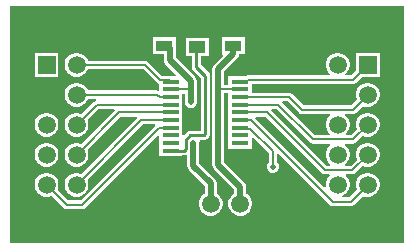
<source format=gtl>
G04*
G04 #@! TF.GenerationSoftware,Altium Limited,Altium Designer,24.5.2 (23)*
G04*
G04 Layer_Physical_Order=1*
G04 Layer_Color=255*
%FSLAX44Y44*%
%MOMM*%
G71*
G04*
G04 #@! TF.SameCoordinates,4DB7235B-6A34-4685-BFB2-834AB5D4ADCE*
G04*
G04*
G04 #@! TF.FilePolarity,Positive*
G04*
G01*
G75*
%ADD10C,0.2000*%
%ADD12R,1.4750X0.4500*%
%ADD13R,1.4478X0.9144*%
%ADD14R,1.4500X1.0000*%
%ADD22C,0.2540*%
%ADD23C,0.5000*%
%ADD24R,1.5080X1.5080*%
%ADD25C,1.5080*%
%ADD26R,1.5080X1.5080*%
%ADD27C,0.5000*%
G36*
X1123390Y687630D02*
X789590D01*
Y888440D01*
X1123390D01*
Y687630D01*
D02*
G37*
%LPC*%
G36*
X930001Y861822D02*
X910443D01*
Y847598D01*
X919822D01*
Y842638D01*
X920213Y840671D01*
X921328Y839004D01*
X930098Y830233D01*
X929613Y829060D01*
X924512D01*
X924471Y829068D01*
X918476D01*
X906792Y840752D01*
X905621Y841535D01*
X904240Y841809D01*
X855622D01*
X855440Y842489D01*
X854113Y844787D01*
X852236Y846664D01*
X849937Y847991D01*
X847374Y848678D01*
X844720D01*
X842156Y847991D01*
X839857Y846664D01*
X837981Y844787D01*
X836654Y842489D01*
X835967Y839925D01*
Y837271D01*
X836654Y834707D01*
X837981Y832409D01*
X839857Y830532D01*
X842156Y829205D01*
X844720Y828518D01*
X847374D01*
X849937Y829205D01*
X852236Y830532D01*
X854113Y832409D01*
X855372Y834591D01*
X902745D01*
X914429Y822907D01*
X915600Y822124D01*
X915745Y822095D01*
Y817560D01*
X914763Y816754D01*
X914495Y816807D01*
X855515D01*
X855440Y817089D01*
X854113Y819387D01*
X852236Y821264D01*
X849937Y822591D01*
X847374Y823278D01*
X844720D01*
X842156Y822591D01*
X839857Y821264D01*
X837981Y819387D01*
X836654Y817089D01*
X835967Y814525D01*
Y811871D01*
X836654Y809307D01*
X837981Y807009D01*
X839857Y805132D01*
X842156Y803805D01*
X844720Y803118D01*
X847374D01*
X849937Y803805D01*
X852236Y805132D01*
X854113Y807009D01*
X855440Y809307D01*
X855515Y809589D01*
X862588D01*
X862714Y808319D01*
X861637Y808105D01*
X860466Y807322D01*
X850190Y797045D01*
X849937Y797191D01*
X847374Y797878D01*
X844720D01*
X842156Y797191D01*
X839857Y795864D01*
X837981Y793987D01*
X836654Y791689D01*
X835967Y789125D01*
Y786471D01*
X836654Y783907D01*
X837981Y781609D01*
X839857Y779732D01*
X842156Y778405D01*
X844720Y777718D01*
X847374D01*
X849937Y778405D01*
X852236Y779732D01*
X854113Y781609D01*
X855440Y783907D01*
X856127Y786471D01*
Y789125D01*
X855440Y791689D01*
X855294Y791941D01*
X864514Y801161D01*
X877909D01*
X878435Y799891D01*
X850190Y771645D01*
X849937Y771791D01*
X847374Y772478D01*
X844720D01*
X842156Y771791D01*
X839857Y770464D01*
X837981Y768587D01*
X836654Y766289D01*
X835967Y763725D01*
Y761071D01*
X836654Y758507D01*
X837981Y756209D01*
X839857Y754332D01*
X842156Y753005D01*
X844720Y752318D01*
X847374D01*
X849937Y753005D01*
X852236Y754332D01*
X854113Y756209D01*
X855440Y758507D01*
X856127Y761071D01*
Y763725D01*
X855440Y766289D01*
X855294Y766541D01*
X883414Y794661D01*
X896809D01*
X897335Y793391D01*
X850190Y746245D01*
X849937Y746391D01*
X847374Y747078D01*
X844720D01*
X842156Y746391D01*
X839857Y745064D01*
X837981Y743187D01*
X836654Y740889D01*
X835967Y738325D01*
Y735671D01*
X836654Y733107D01*
X837981Y730809D01*
X839857Y728932D01*
X842156Y727605D01*
X844720Y726918D01*
X847374D01*
X849937Y727605D01*
X852236Y728932D01*
X854113Y730809D01*
X855440Y733107D01*
X856127Y735671D01*
Y738325D01*
X855440Y740889D01*
X855294Y741141D01*
X902314Y788161D01*
X912070D01*
X912596Y786891D01*
X849405Y723699D01*
X839050D01*
X829894Y732855D01*
X830040Y733107D01*
X830727Y735671D01*
Y738325D01*
X830040Y740889D01*
X828713Y743187D01*
X826836Y745064D01*
X824537Y746391D01*
X821974Y747078D01*
X819320D01*
X816756Y746391D01*
X814457Y745064D01*
X812581Y743187D01*
X811254Y740889D01*
X810567Y738325D01*
Y735671D01*
X811254Y733107D01*
X812581Y730809D01*
X814457Y728932D01*
X816756Y727605D01*
X819320Y726918D01*
X821974D01*
X824537Y727605D01*
X824790Y727751D01*
X835002Y717538D01*
X836173Y716755D01*
X837555Y716481D01*
X837555Y716481D01*
X850900D01*
X852281Y716755D01*
X853452Y717538D01*
X914572Y778657D01*
X915745Y778171D01*
Y767480D01*
Y760980D01*
X935575D01*
Y762077D01*
X936845D01*
X938332Y762372D01*
X938471Y762466D01*
X939741Y761787D01*
Y753110D01*
X940132Y751143D01*
X941246Y749476D01*
X954499Y736223D01*
Y729471D01*
X953449Y728864D01*
X951572Y726987D01*
X950245Y724689D01*
X949558Y722125D01*
Y719471D01*
X950245Y716907D01*
X951572Y714609D01*
X953449Y712732D01*
X955747Y711405D01*
X958311Y710718D01*
X960965D01*
X963529Y711405D01*
X965827Y712732D01*
X967704Y714609D01*
X969031Y716907D01*
X969718Y719471D01*
Y722125D01*
X969031Y724689D01*
X967704Y726987D01*
X965827Y728864D01*
X964777Y729471D01*
Y738352D01*
X964386Y740318D01*
X963272Y741985D01*
X950019Y755238D01*
Y772438D01*
X949920Y772934D01*
Y773440D01*
X949857Y773593D01*
X950204Y774362D01*
X950732Y774863D01*
X950733Y774863D01*
X953552D01*
X955039Y775159D01*
X956299Y776001D01*
X957787Y777489D01*
X958629Y778749D01*
X958925Y780236D01*
Y829310D01*
X958629Y830797D01*
X957787Y832057D01*
X951427Y838417D01*
Y845798D01*
X958226D01*
Y860878D01*
X938646D01*
Y845798D01*
X943657D01*
Y836808D01*
X943953Y835321D01*
X944795Y834061D01*
X951155Y827701D01*
Y782633D01*
X942266D01*
X940780Y782337D01*
X939520Y781495D01*
X936845Y778820D01*
X935575Y779346D01*
Y786980D01*
Y793480D01*
Y799980D01*
Y806480D01*
Y814161D01*
X937715D01*
Y806933D01*
X937813Y806436D01*
Y805930D01*
X938007Y805463D01*
X938106Y804966D01*
X938387Y804546D01*
X938581Y804078D01*
X938939Y803720D01*
X939220Y803299D01*
X939640Y803018D01*
X939998Y802660D01*
X940466Y802466D01*
X940887Y802185D01*
X941383Y802086D01*
X941851Y801893D01*
X942357D01*
X942853Y801794D01*
X943350Y801893D01*
X943856D01*
X944323Y802086D01*
X944820Y802185D01*
X945241Y802466D01*
X945708Y802660D01*
X946066Y803018D01*
X946487Y803299D01*
X946768Y803720D01*
X947126Y804078D01*
X947320Y804546D01*
X947601Y804966D01*
X947700Y805463D01*
X947893Y805930D01*
Y806436D01*
X947992Y806933D01*
Y824746D01*
X947601Y826712D01*
X946487Y828379D01*
X930100Y844766D01*
Y852638D01*
X930001Y853134D01*
Y861822D01*
D02*
G37*
G36*
X830727Y848678D02*
X810567D01*
Y828518D01*
X830727D01*
Y848678D01*
D02*
G37*
G36*
X988527Y861822D02*
X968969D01*
Y847598D01*
X969481D01*
X969967Y846425D01*
X962310Y838768D01*
X961196Y837101D01*
X960805Y835134D01*
Y818624D01*
Y753636D01*
X961196Y751669D01*
X962310Y750002D01*
X979499Y732813D01*
Y729471D01*
X978449Y728864D01*
X976572Y726987D01*
X975245Y724689D01*
X974558Y722125D01*
Y719471D01*
X975245Y716907D01*
X976572Y714609D01*
X978449Y712732D01*
X980747Y711405D01*
X983311Y710718D01*
X985965D01*
X988529Y711405D01*
X990827Y712732D01*
X992704Y714609D01*
X994031Y716907D01*
X994718Y719471D01*
Y722125D01*
X994031Y724689D01*
X992704Y726987D01*
X990827Y728864D01*
X989777Y729471D01*
Y734942D01*
X989386Y736908D01*
X988272Y738576D01*
X971083Y755765D01*
Y814271D01*
X974505D01*
Y806480D01*
Y799980D01*
Y793480D01*
Y786980D01*
Y780480D01*
Y773980D01*
Y767480D01*
X994335D01*
Y776723D01*
X995508Y777209D01*
X1008581Y764136D01*
Y755876D01*
X1007917Y755213D01*
X1007150Y753361D01*
Y751356D01*
X1007917Y749503D01*
X1009335Y748085D01*
X1011188Y747318D01*
X1013193D01*
X1015045Y748085D01*
X1016463Y749503D01*
X1017230Y751356D01*
Y753361D01*
X1016463Y755213D01*
X1015799Y755876D01*
Y763057D01*
X1016973Y763543D01*
X1060438Y720078D01*
X1061609Y719295D01*
X1062990Y719021D01*
X1078145D01*
X1079526Y719295D01*
X1080697Y720078D01*
X1088370Y727751D01*
X1088623Y727605D01*
X1091186Y726918D01*
X1093840D01*
X1096404Y727605D01*
X1098702Y728932D01*
X1100579Y730809D01*
X1101906Y733107D01*
X1102593Y735671D01*
Y738325D01*
X1101906Y740889D01*
X1100579Y743187D01*
X1098702Y745064D01*
X1096404Y746391D01*
X1093840Y747078D01*
X1091186D01*
X1088623Y746391D01*
X1086324Y745064D01*
X1084447Y743187D01*
X1083120Y740889D01*
X1082433Y738325D01*
Y735671D01*
X1083120Y733107D01*
X1083266Y732855D01*
X1076650Y726239D01*
X1070814D01*
X1070647Y727509D01*
X1071004Y727605D01*
X1073303Y728932D01*
X1075179Y730809D01*
X1076506Y733107D01*
X1077193Y735671D01*
Y738325D01*
X1076506Y740889D01*
X1075179Y743187D01*
X1073783Y744583D01*
X1074310Y745853D01*
X1079577D01*
X1080959Y746128D01*
X1082130Y746910D01*
X1088370Y753151D01*
X1088623Y753005D01*
X1091186Y752318D01*
X1093840D01*
X1096404Y753005D01*
X1098702Y754332D01*
X1100579Y756209D01*
X1101906Y758507D01*
X1102593Y761071D01*
Y763725D01*
X1101906Y766289D01*
X1100579Y768587D01*
X1098702Y770464D01*
X1096404Y771791D01*
X1093840Y772478D01*
X1091186D01*
X1088623Y771791D01*
X1086324Y770464D01*
X1084447Y768587D01*
X1083120Y766289D01*
X1082433Y763725D01*
Y761071D01*
X1083120Y758507D01*
X1083266Y758255D01*
X1078083Y753072D01*
X1073573D01*
X1073315Y754033D01*
X1073312Y754342D01*
X1075179Y756209D01*
X1076506Y758507D01*
X1077193Y761071D01*
Y763725D01*
X1076506Y766289D01*
X1075179Y768587D01*
X1073303Y770464D01*
X1073097Y770583D01*
X1073437Y771853D01*
X1080177D01*
X1081558Y772127D01*
X1082729Y772910D01*
X1088370Y778551D01*
X1088623Y778405D01*
X1091186Y777718D01*
X1093840D01*
X1096404Y778405D01*
X1098702Y779732D01*
X1100579Y781609D01*
X1101906Y783907D01*
X1102593Y786471D01*
Y789125D01*
X1101906Y791689D01*
X1100579Y793987D01*
X1098702Y795864D01*
X1096404Y797191D01*
X1093840Y797878D01*
X1091186D01*
X1088623Y797191D01*
X1086324Y795864D01*
X1084447Y793987D01*
X1083120Y791689D01*
X1082433Y789125D01*
Y786471D01*
X1083120Y783907D01*
X1083266Y783655D01*
X1078682Y779071D01*
X1074438D01*
X1073912Y780341D01*
X1075179Y781609D01*
X1076506Y783907D01*
X1077193Y786471D01*
Y789125D01*
X1076506Y791689D01*
X1075179Y793987D01*
X1073438Y795729D01*
X1073629Y796999D01*
X1079923D01*
X1081304Y797273D01*
X1082475Y798056D01*
X1088370Y803951D01*
X1088623Y803805D01*
X1091186Y803118D01*
X1093840D01*
X1096404Y803805D01*
X1098702Y805132D01*
X1100579Y807009D01*
X1101906Y809307D01*
X1102593Y811871D01*
Y814525D01*
X1101906Y817089D01*
X1100579Y819387D01*
X1098702Y821264D01*
X1096404Y822591D01*
X1093840Y823278D01*
X1091186D01*
X1088623Y822591D01*
X1086324Y821264D01*
X1084447Y819387D01*
X1083120Y817089D01*
X1082433Y814525D01*
Y811871D01*
X1083120Y809307D01*
X1083266Y809055D01*
X1078428Y804217D01*
X1038475D01*
X1028870Y813822D01*
X1027699Y814605D01*
X1026318Y814879D01*
X994335D01*
Y822399D01*
X1079923D01*
X1081304Y822673D01*
X1082475Y823456D01*
X1087538Y828518D01*
X1102593D01*
Y848678D01*
X1082433D01*
Y833622D01*
X1078428Y829617D01*
X1074160D01*
X1073658Y830887D01*
X1075179Y832409D01*
X1076506Y834707D01*
X1077193Y837271D01*
Y839925D01*
X1076506Y842489D01*
X1075179Y844787D01*
X1073303Y846664D01*
X1071004Y847991D01*
X1068440Y848678D01*
X1065786D01*
X1063223Y847991D01*
X1060924Y846664D01*
X1059047Y844787D01*
X1057720Y842489D01*
X1057033Y839925D01*
Y837271D01*
X1057720Y834707D01*
X1059047Y832409D01*
X1060569Y830887D01*
X1060066Y829617D01*
X991283D01*
X989902Y829343D01*
X989479Y829060D01*
X974505D01*
Y821489D01*
X971083D01*
Y833005D01*
X982381Y844304D01*
X983495Y845971D01*
X983819Y847598D01*
X988527D01*
Y861822D01*
D02*
G37*
G36*
X821974Y797878D02*
X819320D01*
X816756Y797191D01*
X814457Y795864D01*
X812581Y793987D01*
X811254Y791689D01*
X810567Y789125D01*
Y786471D01*
X811254Y783907D01*
X812581Y781609D01*
X814457Y779732D01*
X816756Y778405D01*
X819320Y777718D01*
X821974D01*
X824537Y778405D01*
X826836Y779732D01*
X828713Y781609D01*
X830040Y783907D01*
X830727Y786471D01*
Y789125D01*
X830040Y791689D01*
X828713Y793987D01*
X826836Y795864D01*
X824537Y797191D01*
X821974Y797878D01*
D02*
G37*
G36*
Y772478D02*
X819320D01*
X816756Y771791D01*
X814457Y770464D01*
X812581Y768587D01*
X811254Y766289D01*
X810567Y763725D01*
Y761071D01*
X811254Y758507D01*
X812581Y756209D01*
X814457Y754332D01*
X816756Y753005D01*
X819320Y752318D01*
X821974D01*
X824537Y753005D01*
X826836Y754332D01*
X828713Y756209D01*
X830040Y758507D01*
X830727Y761071D01*
Y763725D01*
X830040Y766289D01*
X828713Y768587D01*
X826836Y770464D01*
X824537Y771791D01*
X821974Y772478D01*
D02*
G37*
%LPD*%
G36*
X1034428Y798056D02*
X1035599Y797273D01*
X1036980Y796999D01*
X1060597D01*
X1060789Y795729D01*
X1059047Y793987D01*
X1057720Y791689D01*
X1057033Y789125D01*
Y786471D01*
X1057720Y783907D01*
X1059047Y781609D01*
X1060315Y780341D01*
X1059789Y779071D01*
X1047671D01*
X1020352Y806391D01*
X1020878Y807661D01*
X1024823D01*
X1034428Y798056D01*
D02*
G37*
G36*
X1043624Y772910D02*
X1044795Y772127D01*
X1046176Y771853D01*
X1060789D01*
X1061130Y770583D01*
X1060924Y770464D01*
X1059047Y768587D01*
X1057720Y766289D01*
X1057033Y763725D01*
Y761071D01*
X1057720Y758507D01*
X1059047Y756209D01*
X1060914Y754342D01*
X1060911Y754033D01*
X1060654Y753072D01*
X1057721D01*
X1010902Y799891D01*
X1011428Y801161D01*
X1015373D01*
X1043624Y772910D01*
D02*
G37*
G36*
X1053673Y746910D02*
X1054844Y746128D01*
X1056226Y745853D01*
X1059917D01*
X1060443Y744583D01*
X1059047Y743187D01*
X1057720Y740889D01*
X1057033Y738325D01*
Y735671D01*
X1057101Y735420D01*
X1055962Y734763D01*
X997334Y793391D01*
X997860Y794661D01*
X1005923D01*
X1053673Y746910D01*
D02*
G37*
D10*
X850900Y720090D02*
X916080Y785270D01*
X837555Y720090D02*
X850900D01*
X846047Y736998D02*
X900819Y791770D01*
X925660D01*
X1012190Y752358D02*
Y765631D01*
X993261Y784560D02*
X1012190Y765631D01*
X820647Y736998D02*
X837555Y720090D01*
X1062990Y722630D02*
X1078145D01*
X1092513Y736998D01*
X1007418Y798270D02*
X1056226Y749462D01*
X1079577D01*
X1092513Y762398D01*
X1016868Y804770D02*
X1046176Y775462D01*
X1080177D02*
X1092513Y787798D01*
X1046176Y775462D02*
X1080177D01*
X1026318Y811270D02*
X1036980Y800608D01*
X1079923D02*
X1092513Y813198D01*
X1036980Y800608D02*
X1079923D01*
Y826008D02*
X1092513Y838598D01*
X991283Y826008D02*
X1079923D01*
X989545Y824270D02*
X991283Y826008D01*
X984420Y824270D02*
X989545D01*
X904240Y838200D02*
X916981Y825459D01*
X846445Y838200D02*
X904240D01*
X924471Y825459D02*
X925465Y824465D01*
X916981Y825459D02*
X924471D01*
X846047Y838598D02*
X846445Y838200D01*
X993850Y791770D02*
X1062990Y722630D01*
X984420Y791770D02*
X993850D01*
X984420Y785270D02*
X985130Y784560D01*
X993261D01*
X984420Y798270D02*
X1007418D01*
X984420Y804770D02*
X1016868D01*
X984420Y811270D02*
X1026318D01*
X916080Y785270D02*
X925660D01*
X881919Y798270D02*
X925660D01*
X846047Y762398D02*
X881919Y798270D01*
X863019Y804770D02*
X925660D01*
X846047Y787798D02*
X863019Y804770D01*
X916423Y811270D02*
X925660D01*
X914495Y813198D02*
X916423Y811270D01*
X846047Y813198D02*
X914495D01*
X965944Y818624D02*
X966688Y817880D01*
X984421D01*
X925660Y817770D02*
X942704D01*
D12*
X984420Y824270D02*
D03*
Y817770D02*
D03*
Y811270D02*
D03*
Y804770D02*
D03*
Y798270D02*
D03*
Y791770D02*
D03*
Y785270D02*
D03*
Y778770D02*
D03*
Y772270D02*
D03*
Y765770D02*
D03*
X925660D02*
D03*
Y772270D02*
D03*
Y778770D02*
D03*
Y785270D02*
D03*
Y791770D02*
D03*
Y798270D02*
D03*
Y804770D02*
D03*
Y811270D02*
D03*
Y817770D02*
D03*
Y824270D02*
D03*
D13*
X920222Y854710D02*
D03*
Y870966D02*
D03*
X978748Y854710D02*
D03*
Y870966D02*
D03*
D14*
X948436Y853338D02*
D03*
Y872338D02*
D03*
D22*
X953552Y778748D02*
X955040Y780236D01*
X942266Y778748D02*
X953552D01*
X938570Y767686D02*
Y775052D01*
X936845Y765961D02*
X938570Y767686D01*
Y775052D02*
X942266Y778748D01*
X925743Y765961D02*
X936845D01*
X955040Y780236D02*
Y829310D01*
X947542Y836808D02*
X955040Y829310D01*
X947542Y836808D02*
Y850566D01*
D23*
X944880Y753110D02*
Y772438D01*
Y753110D02*
X959638Y738352D01*
X920222Y855472D02*
X922127D01*
X924961Y842638D02*
Y852638D01*
X922127Y855472D02*
X924961Y852638D01*
X942853Y806933D02*
Y824746D01*
X924961Y842638D02*
X942853Y824746D01*
X965944Y753636D02*
Y818624D01*
Y835134D01*
Y753636D02*
X984638Y734942D01*
X965944Y835134D02*
X978748Y847938D01*
X959638Y720798D02*
Y738352D01*
X984638Y720798D02*
Y734942D01*
X978748Y847938D02*
Y855472D01*
D24*
X934638Y720798D02*
D03*
D25*
X959638D02*
D03*
X984638D02*
D03*
X1067113Y736998D02*
D03*
X1092513D02*
D03*
X1067113Y762398D02*
D03*
X1092513D02*
D03*
X1067113Y787798D02*
D03*
X1092513D02*
D03*
X1067113Y813198D02*
D03*
X1092513D02*
D03*
X1067113Y838598D02*
D03*
X846047Y736998D02*
D03*
X820647D02*
D03*
X846047Y762398D02*
D03*
X820647D02*
D03*
X846047Y787798D02*
D03*
X820647D02*
D03*
X846047Y813198D02*
D03*
X820647D02*
D03*
X846047Y838598D02*
D03*
D26*
X1092513D02*
D03*
X820647D02*
D03*
D27*
X944880Y772438D02*
D03*
X1012190Y752358D02*
D03*
X942853Y806933D02*
D03*
M02*

</source>
